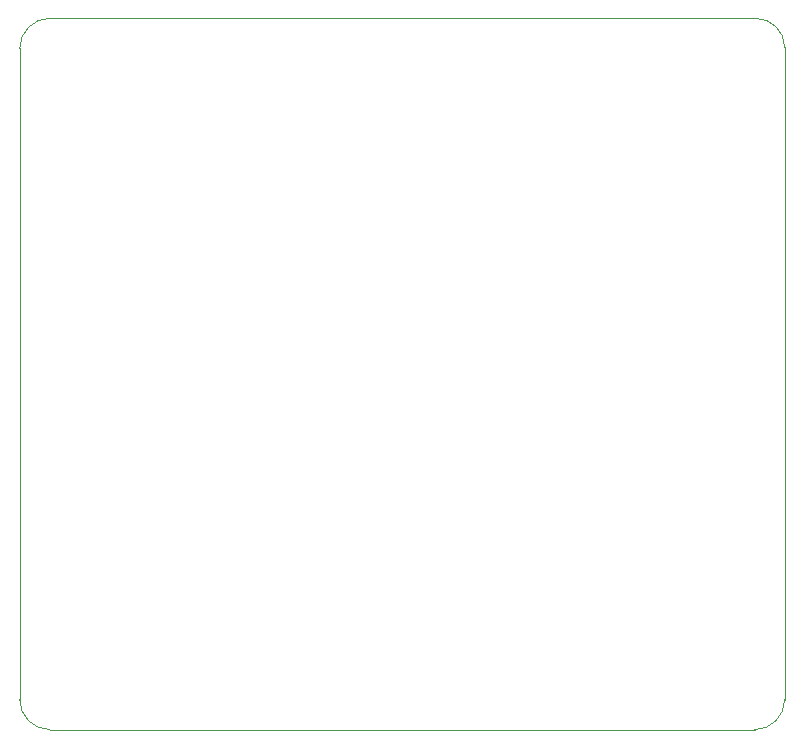
<source format=gbr>
%TF.GenerationSoftware,KiCad,Pcbnew,(6.0.7)*%
%TF.CreationDate,2022-10-04T00:35:33-03:00*%
%TF.ProjectId,wireless,77697265-6c65-4737-932e-6b696361645f,rev?*%
%TF.SameCoordinates,Original*%
%TF.FileFunction,Profile,NP*%
%FSLAX46Y46*%
G04 Gerber Fmt 4.6, Leading zero omitted, Abs format (unit mm)*
G04 Created by KiCad (PCBNEW (6.0.7)) date 2022-10-04 00:35:33*
%MOMM*%
%LPD*%
G01*
G04 APERTURE LIST*
%TA.AperFunction,Profile*%
%ADD10C,0.100000*%
%TD*%
G04 APERTURE END LIST*
D10*
X132080000Y-128799993D02*
G75*
G03*
X134620000Y-126253949I-6100J2546093D01*
G01*
X72390000Y-68580000D02*
G75*
G03*
X69850000Y-71120000I0J-2540000D01*
G01*
X69850000Y-126260000D02*
G75*
G03*
X72390000Y-128800000I2540000J0D01*
G01*
X69850000Y-71120000D02*
X69850000Y-126260000D01*
X72390000Y-128800000D02*
X132080000Y-128800000D01*
X134620000Y-126253949D02*
X134620000Y-71040051D01*
X132080000Y-68580000D02*
X72390000Y-68580000D01*
X134620059Y-71040051D02*
G75*
G03*
X132080000Y-68580000I-2461359J-49D01*
G01*
M02*

</source>
